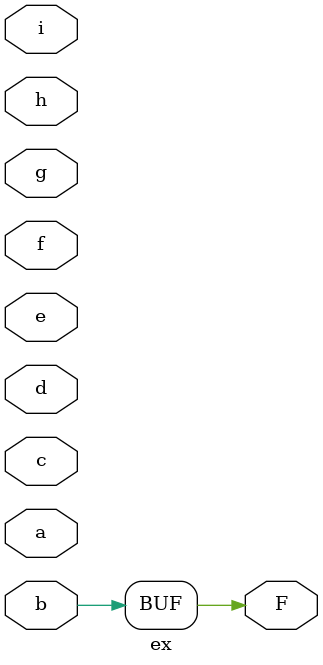
<source format=v>

module ex ( 
    a, b, c, d, e, f, g, h, i,
    F  );
  input  a, b, c, d, e, f, g, h, i;
  output F;
  assign F = b;
endmodule



</source>
